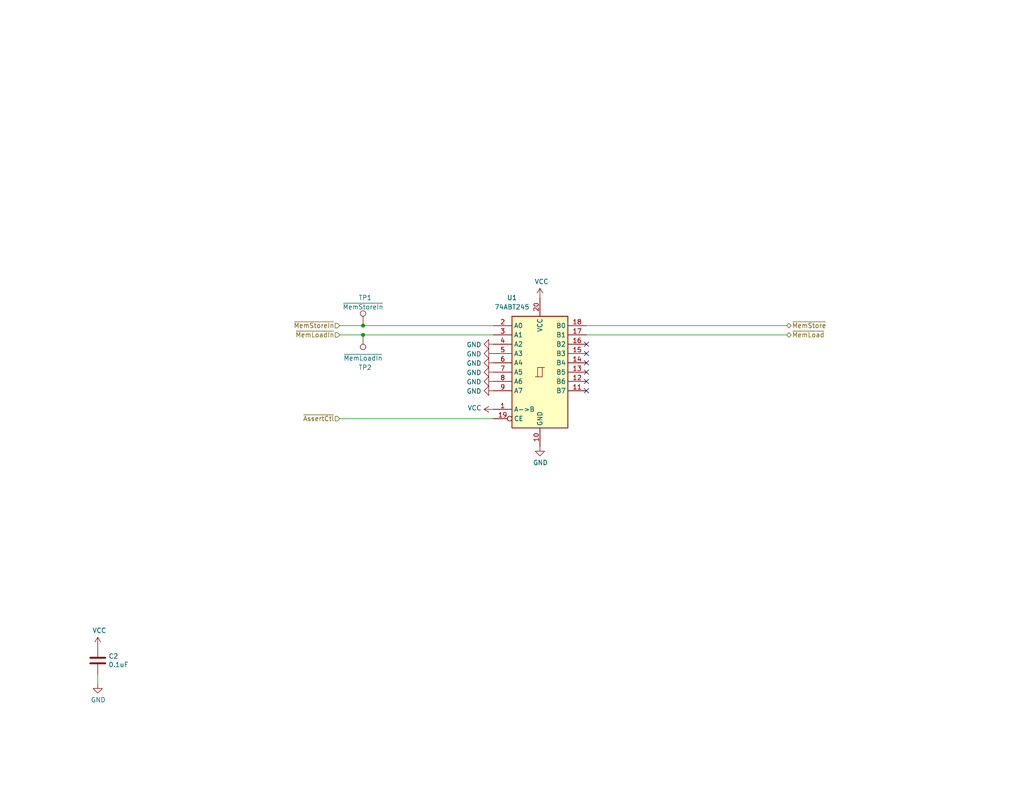
<source format=kicad_sch>
(kicad_sch (version 20250114) (generator "eeschema") (generator_version "9.0")
  (paper "USLetter")
  (title_block (date "2023-11-25") (rev "A"))
  (lib_symbols
    (symbol "Connector:TestPoint" (pin_numbers (hide yes)) (pin_names (offset 0.762) (hide yes))
      (property "Reference" "TP" (at 0 6.858 0))
      (property "Value" "TestPoint" (at 0 5.08 0))
      (symbol "TestPoint_0_1"
        (circle (center 0 3.302) (radius 0.762))
      )
      (symbol "TestPoint_1_1"
        (pin passive line (at 0 0 90) (length 2.54) (name "1") (number "1"))
      )
    )
    (symbol "Device:C" (pin_numbers (hide yes)) (pin_names (offset 0.254))
      (property "Reference" "C" (at 0.635 2.54 0))
      (property "Value" "C" (at 0.635 -2.54 0))
      (symbol "C_0_1"
        (polyline (pts (xy -2.032 0.762) (xy 2.032 0.762)) (stroke (width 0.508)))
        (polyline (pts (xy -2.032 -0.762) (xy 2.032 -0.762)) (stroke (width 0.508)))
      )
      (symbol "C_1_1"
        (pin passive line (at 0 3.81 270) (length 2.794) (name "~") (number "1"))
        (pin passive line (at 0 -3.81 90) (length 2.794) (name "~") (number "2"))
      )
    )
    (symbol "Turtle16:74ABT245"
      (property "Reference" "U" (at 0 2.54 0))
      (property "Value" "74ABT245" (at 0 2.54 0))
      (symbol "74ABT245_1_0"
        (polyline (pts (xy -1.27 -1.27) (xy 0.635 -1.27) (xy 0.635 1.27) (xy 1.27 1.27)))
        (polyline (pts (xy -0.635 -1.27) (xy -0.635 1.27) (xy 0.635 1.27)))
        (pin tri_state line (at -12.7 12.7 0) (length 5.08) (name "A0") (number "2"))
        (pin tri_state line (at -12.7 10.16 0) (length 5.08) (name "A1") (number "3"))
        (pin tri_state line (at -12.7 7.62 0) (length 5.08) (name "A2") (number "4"))
        (pin tri_state line (at -12.7 5.08 0) (length 5.08) (name "A3") (number "5"))
        (pin tri_state line (at -12.7 2.54 0) (length 5.08) (name "A4") (number "6"))
        (pin tri_state line (at -12.7 0 0) (length 5.08) (name "A5") (number "7"))
        (pin tri_state line (at -12.7 -2.54 0) (length 5.08) (name "A6") (number "8"))
        (pin tri_state line (at -12.7 -5.08 0) (length 5.08) (name "A7") (number "9"))
        (pin input line (at -12.7 -10.16 0) (length 5.08) (name "A->B") (number "1"))
        (pin input inverted (at -12.7 -12.7 0) (length 5.08) (name "CE") (number "19"))
        (pin power_in line (at 0 20.32 270) (length 5.08) (name "VCC") (number "20"))
        (pin power_in line (at 0 -20.32 90) (length 5.08) (name "GND") (number "10"))
        (pin tri_state line (at 12.7 12.7 180) (length 5.08) (name "B0") (number "18"))
        (pin tri_state line (at 12.7 10.16 180) (length 5.08) (name "B1") (number "17"))
        (pin tri_state line (at 12.7 7.62 180) (length 5.08) (name "B2") (number "16"))
        (pin tri_state line (at 12.7 5.08 180) (length 5.08) (name "B3") (number "15"))
        (pin tri_state line (at 12.7 2.54 180) (length 5.08) (name "B4") (number "14"))
        (pin tri_state line (at 12.7 0 180) (length 5.08) (name "B5") (number "13"))
        (pin tri_state line (at 12.7 -2.54 180) (length 5.08) (name "B6") (number "12"))
        (pin tri_state line (at 12.7 -5.08 180) (length 5.08) (name "B7") (number "11"))
      )
      (symbol "74ABT245_1_1"
        (rectangle (start -7.62 15.24) (end 7.62 -15.24) (stroke (width 0.254)) (fill (type background)))
      )
    )
    (symbol "power:GND" (power) (pin_names (offset 0))
      (property "Value" "GND" (at 0 -3.81 0))
      (symbol "GND_0_1"
        (polyline (pts (xy 0 0) (xy 0 -1.27) (xy 1.27 -1.27) (xy 0 -2.54) (xy -1.27 -1.27) (xy 0 -1.27)))
      )
      (symbol "GND_1_1"
        (pin power_in line (at 0 0 270) (length 0) (hide yes) (name "GND") (number "1"))
      )
    )
    (symbol "power:VCC" (power) (pin_names (offset 0))
      (property "Value" "VCC" (at 0 3.81 0))
      (symbol "VCC_0_1"
        (polyline (pts (xy -0.762 1.27) (xy 0 2.54)))
        (polyline (pts (xy 0 2.54) (xy 0.762 1.27)))
        (polyline (pts (xy 0 0) (xy 0 2.54)))
      )
      (symbol "VCC_1_1"
        (pin power_in line (at 0 0 90) (length 0) (hide yes) (name "VCC") (number "1"))
      )
    )
  )
  (junction (at 99.06 88.9))
  (junction (at 99.06 91.44))
  (no_connect (at 160.02 93.98))
  (no_connect (at 160.02 96.52))
  (no_connect (at 160.02 101.6))
  (no_connect (at 160.02 99.06))
  (no_connect (at 160.02 104.14))
  (no_connect (at 160.02 106.68))
  (wire (pts (xy 26.67 186.69) (xy 26.67 184.15)))
  (wire (pts (xy 160.02 88.9) (xy 214.63 88.9)))
  (wire (pts (xy 160.02 91.44) (xy 214.63 91.44)))
  (wire (pts (xy 92.71 88.9) (xy 99.06 88.9)))
  (wire (pts (xy 92.71 91.44) (xy 99.06 91.44)))
  (wire (pts (xy 92.71 114.3) (xy 134.62 114.3)))
  (wire (pts (xy 99.06 88.9) (xy 134.62 88.9)))
  (wire (pts (xy 99.06 91.44) (xy 134.62 91.44)))
  (hierarchical_label "~{MemLoad}" (shape tri_state) (at 214.63 91.44 0))
  (hierarchical_label "~{MemLoadIn}" (shape input) (at 92.71 91.44 180))
  (hierarchical_label "~{MemStoreIn}" (shape input) (at 92.71 88.9 180))
  (hierarchical_label "~{AssertCtl}" (shape input) (at 92.71 114.3 180))
  (hierarchical_label "~{MemStore}" (shape tri_state) (at 214.63 88.9 0))
  (symbol (lib_id "Device:C") (at 26.67 180.34 0) (unit 1)
    (property "Reference" "C2" (at 29.591 179.1716 0) (effects (justify left)))
    (property "Value" "0.1uF" (at 29.591 181.483 0) (effects (justify left)))
    (property "Footprint" "Capacitor_SMD:C_0603_1608Metric" (effects (hide yes)))
    (property "Datasheet" "https://www.mouser.com/datasheet/2/396/taiyo_yuden_12132018_mlcc11_hq_e-1510082.pdf" (effects (hide yes)))
    (property "Manufacturer" "Taiyo Yuden" (effects (hide yes)))
    (property "Manufacturer#" "EMK107B7104KAHT" (effects (hide yes)))
    (property "Mouser#" "963-EMK107B7104KAHT" (effects (hide yes)))
    (property "Digikey#" "587-6004-1-ND" (effects (hide yes)))
  )
  (symbol (lib_id "power:VCC") (at 26.67 176.53 0) (unit 1)
    (property "Reference" "#PWR07" (effects (hide yes)))
    (property "Value" "VCC" (at 27.1018 172.1358 0))
  )
  (symbol (lib_id "power:GND") (at 26.67 186.69 0) (unit 1)
    (property "Reference" "#PWR08" (effects (hide yes)))
    (property "Value" "GND" (at 26.797 191.0842 0))
  )
  (symbol (lib_id "power:GND") (at 134.62 93.98 270) (unit 1)
    (property "Reference" "#PWR09" (effects (hide yes)))
    (property "Value" "GND" (at 131.3688 94.107 90) (effects (justify right)))
  )
  (symbol (lib_id "power:GND") (at 134.62 96.52 270) (unit 1)
    (property "Reference" "#PWR010" (effects (hide yes)))
    (property "Value" "GND" (at 131.3688 96.647 90) (effects (justify right)))
  )
  (symbol (lib_id "power:GND") (at 134.62 99.06 270) (unit 1)
    (property "Reference" "#PWR011" (effects (hide yes)))
    (property "Value" "GND" (at 131.3688 99.187 90) (effects (justify right)))
  )
  (symbol (lib_id "power:GND") (at 134.62 101.6 270) (unit 1)
    (property "Reference" "#PWR012" (effects (hide yes)))
    (property "Value" "GND" (at 131.3688 101.727 90) (effects (justify right)))
  )
  (symbol (lib_id "power:GND") (at 134.62 104.14 270) (unit 1)
    (property "Reference" "#PWR013" (effects (hide yes)))
    (property "Value" "GND" (at 131.3688 104.267 90) (effects (justify right)))
  )
  (symbol (lib_id "power:GND") (at 134.62 106.68 270) (unit 1)
    (property "Reference" "#PWR014" (effects (hide yes)))
    (property "Value" "GND" (at 131.3688 106.807 90) (effects (justify right)))
  )
  (symbol (lib_id "Turtle16:74ABT245") (at 147.32 101.6 0) (unit 1)
    (property "Reference" "U1" (at 139.7 81.28 0))
    (property "Value" "74ABT245" (at 139.7 83.82 0))
    (property "Footprint" "Package_SO:TSSOP-20_4.4x6.5mm_P0.65mm" (effects (hide yes)))
    (property "Datasheet" "https://www.ti.com/general/docs/suppproductinfo.tsp?distId=26&gotoUrl=https://www.ti.com/lit/gpn/sn74abt245b" (effects (hide yes)))
    (property "Manufacturer" "Texas Instruments" (effects (hide yes)))
    (property "Manufacturer#" "SN74ABT245BPWR" (effects (hide yes)))
    (property "Mouser#" "595-SN74ABT245BPWR" (effects (hide yes)))
    (property "Digikey#" "296-3971-1-ND" (effects (hide yes)))
  )
  (symbol (lib_id "power:VCC") (at 147.32 81.28 0) (unit 1)
    (property "Reference" "#PWR016" (effects (hide yes)))
    (property "Value" "VCC" (at 147.7518 76.8858 0))
  )
  (symbol (lib_id "power:GND") (at 147.32 121.92 0) (unit 1)
    (property "Reference" "#PWR017" (effects (hide yes)))
    (property "Value" "GND" (at 147.447 126.3142 0))
  )
  (symbol (lib_id "power:VCC") (at 134.62 111.76 90) (unit 1)
    (property "Reference" "#PWR015" (effects (hide yes)))
    (property "Value" "VCC" (at 131.3942 111.379 90) (effects (justify left)))
  )
  (symbol (lib_id "Connector:TestPoint") (at 99.06 91.44 0) (mirror x) (unit 1) (in_bom no)
    (property "Reference" "TP2" (at 97.79 100.33 0) (effects (justify left)))
    (property "Value" "~{MemLoadIn}" (at 99.06 97.79 0))
    (property "Footprint" "TestPoint:TestPoint_Pad_D1.0mm" (effects (hide yes)))
  )
  (symbol (lib_id "Connector:TestPoint") (at 99.06 88.9 0) (unit 1) (in_bom no)
    (property "Reference" "TP1" (at 97.79 81.28 0) (effects (justify left)))
    (property "Value" "~{MemStoreIn}" (at 99.06 83.82 0))
    (property "Footprint" "TestPoint:TestPoint_Pad_D1.0mm" (effects (hide yes)))
  )
)
</source>
